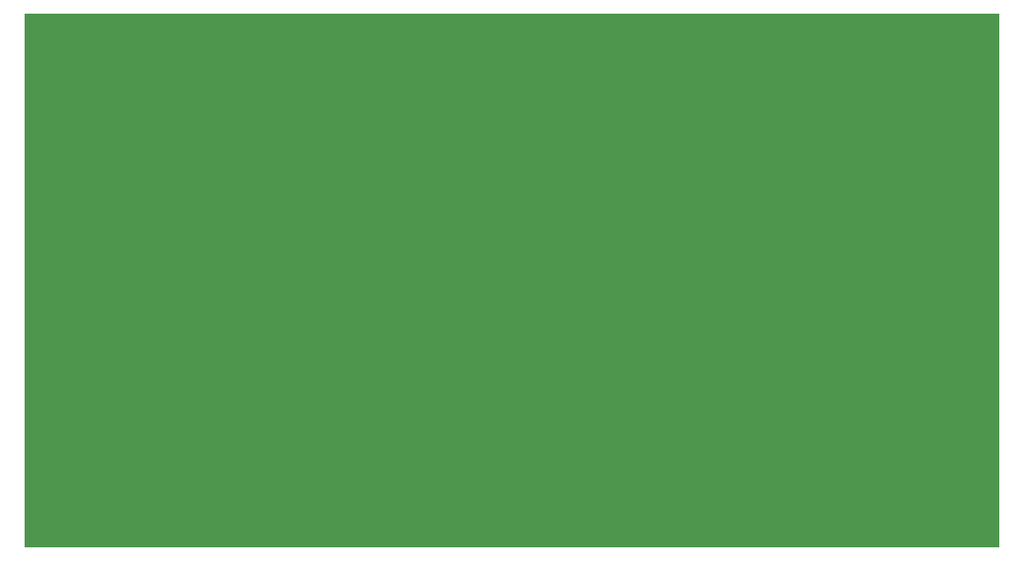
<source format=gbs>
%TF.GenerationSoftware,KiCad,Pcbnew,7.0.2*%
%TF.CreationDate,2023-05-25T16:14:32+02:00*%
%TF.ProjectId,kim-1-keypad,6b696d2d-312d-46b6-9579-7061642e6b69,rev?*%
%TF.SameCoordinates,Original*%
%TF.FileFunction,Soldermask,Bot*%
%TF.FilePolarity,Negative*%
%FSLAX46Y46*%
G04 Gerber Fmt 4.6, Leading zero omitted, Abs format (unit mm)*
G04 Created by KiCad (PCBNEW 7.0.2) date 2023-05-25 16:14:32*
%MOMM*%
%LPD*%
G01*
G04 APERTURE LIST*
G04 Aperture macros list*
%AMRoundRect*
0 Rectangle with rounded corners*
0 $1 Rounding radius*
0 $2 $3 $4 $5 $6 $7 $8 $9 X,Y pos of 4 corners*
0 Add a 4 corners polygon primitive as box body*
4,1,4,$2,$3,$4,$5,$6,$7,$8,$9,$2,$3,0*
0 Add four circle primitives for the rounded corners*
1,1,$1+$1,$2,$3*
1,1,$1+$1,$4,$5*
1,1,$1+$1,$6,$7*
1,1,$1+$1,$8,$9*
0 Add four rect primitives between the rounded corners*
20,1,$1+$1,$2,$3,$4,$5,0*
20,1,$1+$1,$4,$5,$6,$7,0*
20,1,$1+$1,$6,$7,$8,$9,0*
20,1,$1+$1,$8,$9,$2,$3,0*%
G04 Aperture macros list end*
%ADD10C,1.500000*%
%ADD11C,1.500000*%
%ADD12C,2.500000*%
%ADD13C,2.000000*%
%ADD14C,1.250000*%
%ADD15RoundRect,0.765000X0.735000X0.085000X-0.735000X0.085000X-0.735000X-0.085000X0.735000X-0.085000X0*%
G04 APERTURE END LIST*
G36*
X92100000Y-73050000D02*
G01*
X182600000Y-73050000D01*
X182600000Y-122650000D01*
X92100000Y-122650000D01*
X92100000Y-73050000D01*
G37*
%TO.C,J1*%
G36*
X179700000Y-80080000D02*
G01*
X176700000Y-80080000D01*
X176700000Y-115640000D01*
X179700000Y-115640000D01*
X179700000Y-80080000D01*
G37*
D10*
X178950000Y-115640000D02*
G75*
G03*
X178950000Y-115640000I-750000J0D01*
G01*
X178950000Y-80080000D02*
G75*
G03*
X178950000Y-80080000I-750000J0D01*
G01*
%TD*%
D11*
%TO.C,H14*%
X173870000Y-117370000D03*
%TD*%
D12*
%TO.C,H6*%
X143200000Y-75360000D03*
%TD*%
D13*
%TO.C,H10*%
X155200000Y-109860000D03*
%TD*%
D12*
%TO.C,H8*%
X166200000Y-85860000D03*
%TD*%
D13*
%TO.C,H9*%
X107200000Y-85860000D03*
%TD*%
D12*
%TO.C,H7*%
X143200000Y-120360000D03*
%TD*%
D11*
%TO.C,H11*%
X173040000Y-78540000D03*
%TD*%
D12*
%TO.C,H9*%
X166200000Y-109860000D03*
%TD*%
D11*
%TO.C,H13*%
X174850000Y-111470000D03*
%TD*%
D12*
%TO.C,H5*%
X131200000Y-97860000D03*
%TD*%
%TO.C,H1*%
X96200000Y-85860000D03*
%TD*%
%TO.C,H4*%
X119200000Y-120360000D03*
%TD*%
D14*
%TO.C,H11*%
X177140000Y-75140000D03*
%TD*%
D12*
%TO.C,H3*%
X119200000Y-75360000D03*
%TD*%
D11*
%TO.C,H12*%
X173910000Y-95620000D03*
%TD*%
D12*
%TO.C,H2*%
X96200000Y-109860000D03*
%TD*%
D15*
%TO.C,J1*%
X178200000Y-80080000D03*
X178200000Y-82620000D03*
X178200000Y-85160000D03*
X178200000Y-87700000D03*
X178200000Y-90240000D03*
X178200000Y-92780000D03*
X178200000Y-95320000D03*
X178200000Y-97860000D03*
X178200000Y-100400000D03*
X178200000Y-102940000D03*
X178200000Y-105480000D03*
X178200000Y-108020000D03*
X178200000Y-110560000D03*
X178200000Y-113100000D03*
X178200000Y-115640000D03*
%TD*%
M02*

</source>
